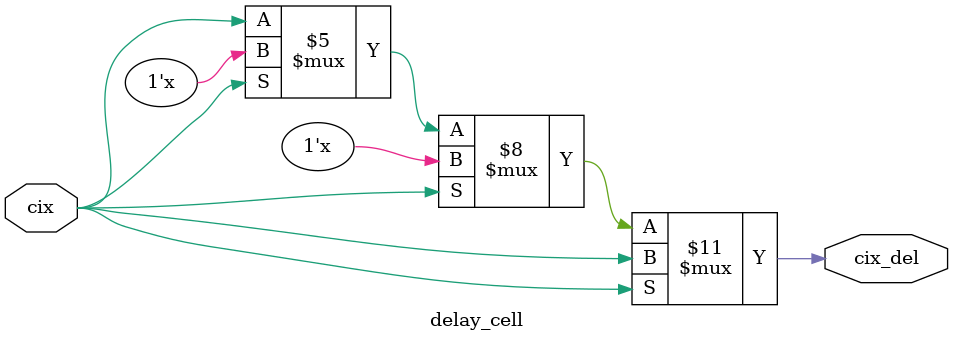
<source format=v>

`timescale 1ns / 1ps


module delay_cell(
	input cix,
	output reg cix_del
    );



	// model cix (ACKX) delay for spike height generation
	always@(*) begin
		//if (cix == 1)   #10000 cix_del =  cix;
		if (cix == 1)    cix_del = #500 cix;
		else if (cix == 0)  cix_del =  cix;
	end



endmodule

</source>
